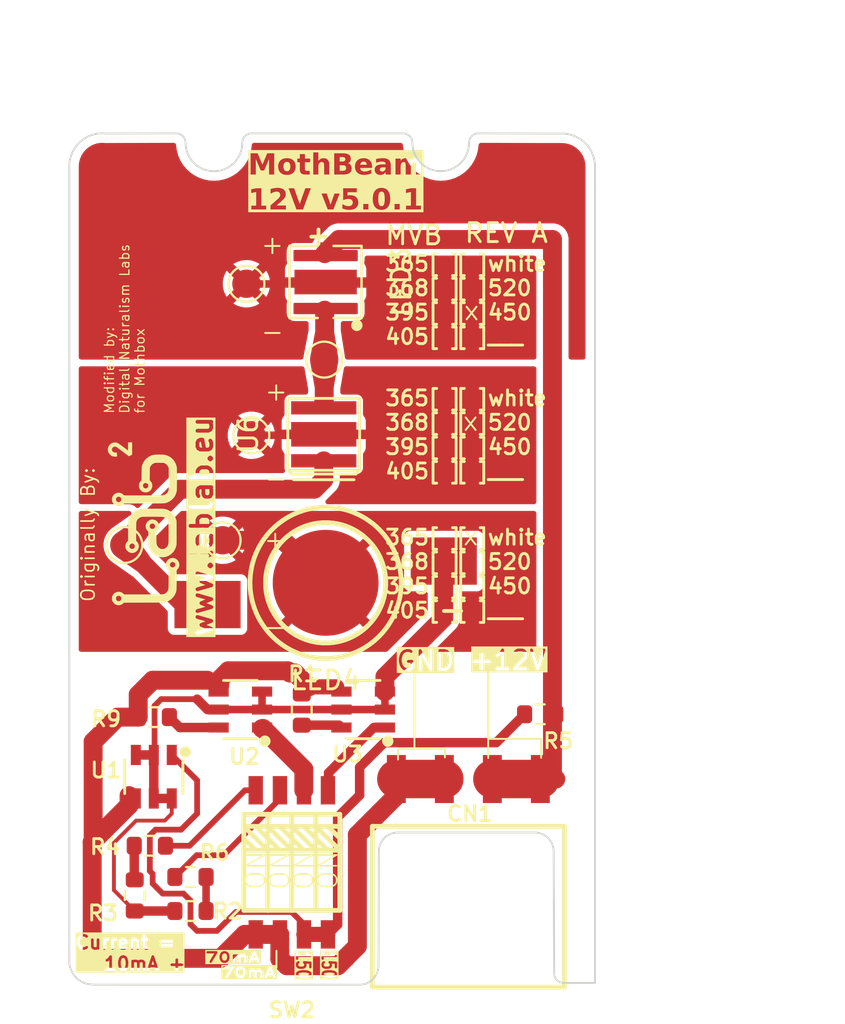
<source format=kicad_pcb>
(kicad_pcb (version 20241229) (generator "pcbnew") (generator_version "9.0")
  (layers (0 "F.Cu" signal) (2 "B.Cu" signal) (13 "F.Paste" user) (15 "B.Paste" user) (5 "F.SilkS" user "F.Silkscreen") (7 "B.SilkS" user "B.Silkscreen") (1 "F.Mask" user) (3 "B.Mask" user) (25 "Edge.Cuts" user))
  (net 0 "")
  (net 1 "/LED-")
  (net 2 "Net-(U3-REXT)")
  (net 3 "/LED+")
  (net 4 "EN")
  (net 5 "GND")
  (net 6 "Net-(R4-Pad2)")
  (net 7 "Net-(U2-REXT)")
  (net 8 "/T1")
  (net 9 "/T2")
  (net 10 "/T3")
  (net 11 "Net-(R6-Pad2)")
  (net 12 "Net-(R2-Pad2)")
  (net 13 "Net-(R3-Pad2)")
  (net 14 "Net-(U2-EN)")
  (net 15 "Net-(U3-EN)")
  (net 16 "Net-(LED3-K)")
  (net 17 "Net-(LED4-A)")
  (footprint "easyeda2kicad:SW-SMD_8P-L6.7-W5.4-P1.27-LS8.5" (layer "F.Cu") (at 111.011776 68.526537 180)
    (property "Reference" "SW2" (at 0 -7.81 0) (layer "F.SilkS") (effects (font (size 0.8 0.8))))
    (property "Value" "SW_DIP_x04")
    (fp_text user "ON" (at 1.91 -1.52 90) (layer "F.SilkS") (effects (font (thickness 0.08)) (justify left)))
    (fp_text user "ON" (at -0.64 -1.52 90) (layer "F.SilkS") (effects (font (thickness 0.08)) (justify left)))
    (fp_text user "ON" (at -1.91 -1.52 90) (layer "F.SilkS") (effects (font (thickness 0.08)) (justify left)))
    (fp_text user "ON" (at 0.63 -1.52 90) (layer "F.SilkS") (effects (font (thickness 0.08)) (justify left)))
    (pad "1" smd rect (at -1.91 3.81 90) (size 1.5 0.76) (layers "F.Cu" "F.Mask" "F.Paste") (net 15 "Net-(U3-EN)"))
    (pad "2" smd rect (at -0.64 3.81 90) (size 1.5 0.76) (layers "F.Cu" "F.Mask" "F.Paste") (net 14 "Net-(U2-EN)"))
    (pad "3" smd rect (at 0.63 3.81 90) (size 1.5 0.76) (layers "F.Cu" "F.Mask" "F.Paste") (net 11 "Net-(R6-Pad2)"))
    (pad "4" smd rect (at 1.91 3.81 90) (size 1.5 0.76) (layers "F.Cu" "F.Mask" "F.Paste") (net 6 "Net-(R4-Pad2)"))
    (pad "5" smd rect (at 1.91 -3.81 90) (size 1.5 0.76) (layers "F.Cu" "F.Mask" "F.Paste") (net 5 "GND"))
    (pad "6" smd rect (at 0.63 -3.81 90) (size 1.5 0.76) (layers "F.Cu" "F.Mask" "F.Paste") (net 5 "GND"))
    (pad "7" smd rect (at -0.64 -3.81 90) (size 1.5 0.76) (layers "F.Cu" "F.Mask" "F.Paste") (net 4 "EN"))
    (pad "8" smd rect (at -1.91 -3.81 90) (size 1.5 0.76) (layers "F.Cu" "F.Mask" "F.Paste") (net 4 "EN"))
  )
  (footprint "Resistor_SMD:R_0603_1608Metric" (layer "F.Cu") (at 105.65 69.3 180)
    (property "Reference" "R6" (at -1.272231 1.281084 180) (layer "F.SilkS") (effects (font (size 0.8 0.8))))
    (property "Value" "5.1 1/3 W")
    (pad "1" smd roundrect (at -0.825 0 180) (size 0.8 0.95) (layers "F.Cu" "F.Mask" "F.Paste") (net 12 "Net-(R2-Pad2)"))
    (pad "2" smd roundrect (at 0.825 0 180) (size 0.8 0.95) (layers "F.Cu" "F.Mask" "F.Paste") (net 11 "Net-(R6-Pad2)"))
  )
  (footprint "Resistor_SMD:R_0603_1608Metric" (layer "F.Cu") (at 103.709107 60.85 180)
    (property "Reference" "R9" (at 2.520185 -0.097834 180) (layer "F.SilkS") (effects (font (size 0.8 0.8))))
    (property "Value" "5.1 1/3 W")
    (pad "1" smd roundrect (at -0.825 0 180) (size 0.8 0.95) (layers "F.Cu" "F.Mask" "F.Paste") (net 7 "Net-(U2-REXT)"))
    (pad "2" smd roundrect (at 0.825 0 180) (size 0.8 0.95) (layers "F.Cu" "F.Mask" "F.Paste") (net 5 "GND"))
  )
  (footprint "TestPoint:TestPoint_Pad_D1.5mm" (layer "F.Cu") (at 102.15 51.75)
    (property "Reference" "TP1" (hide yes))
    (property "Value" "LED2+")
    (pad "1" smd circle (at 0 0) (size 1.5 1.5) (layers "F.Cu" "F.Mask") (net 17 "Net-(LED4-A)"))
  )
  (footprint "TestPoint:TestPoint_Pad_D1.5mm" (layer "F.Cu") (at 108.61 37.94)
    (property "Reference" "TP2" (hide yes))
    (property "Value" "LED2+")
    (pad "1" smd circle (at 0 0) (size 1.5 1.5) (layers "F.Cu" "F.Mask") (net 8 "/T1"))
  )
  (footprint "TestPoint:TestPoint_Pad_D1.5mm" (layer "F.Cu") (at 107.35 51.5)
    (property "Reference" "TP5" (hide yes))
    (property "Value" "LED2+")
    (pad "1" smd circle (at 0 0) (size 1.5 1.5) (layers "F.Cu" "F.Mask") (net 10 "/T3"))
  )
  (footprint "easyeda2kicad:SOT-23-6_L2.9-W1.6-P0.95-LS2.8-BL" (layer "F.Cu") (at 103.709107 64 180)
    (property "Reference" "U1" (at 2.537559 0.341874 0) (layer "F.SilkS") (effects (font (size 0.8 0.8))))
    (property "Value" "BCR421U")
    (pad "1" smd rect (at -0.95 1.15 180) (size 0.53 1.07) (layers "F.Cu" "F.Mask" "F.Paste") (net 4 "EN"))
    (pad "2" smd rect (at 0 1.15 180) (size 0.53 1.07) (layers "F.Cu" "F.Mask" "F.Paste") (net 1 "/LED-"))
    (pad "3" smd rect (at 0.95 1.15 180) (size 0.53 1.07) (layers "F.Cu" "F.Mask" "F.Paste") (net 1 "/LED-"))
    (pad "4" smd rect (at 0.95 -1.15 180) (size 0.53 1.07) (layers "F.Cu" "F.Mask" "F.Paste") (net 5 "GND"))
    (pad "5" smd rect (at 0 -1.15 180) (size 0.53 1.07) (layers "F.Cu" "F.Mask" "F.Paste") (net 1 "/LED-"))
    (pad "6" smd rect (at -0.95 -1.15 180) (size 0.53 1.07) (layers "F.Cu" "F.Mask" "F.Paste") (net 1 "/LED-"))
  )
  (footprint "TestPoint:TestPoint_Pad_D1.5mm" (layer "F.Cu") (at 112.7246 41.95)
    (property "Reference" "TP3" (hide yes))
    (property "Value" "LED2+" (hide yes))
    (pad "1" smd circle (at 0 0) (size 1.5 1.5) (layers "F.Cu" "F.Mask") (net 16 "Net-(LED3-K)"))
  )
  (footprint "Resistor_SMD:R_0603_1608Metric" (layer "F.Cu") (at 111.5375 60.45 90)
    (property "Reference" "R1" (at 1.875323 0.076744 180) (layer "F.SilkS") (effects (font (size 0.8 0.8))))
    (property "Value" "5.1 1/3 W")
    (pad "1" smd roundrect (at -0.825 0 90) (size 0.8 0.95) (layers "F.Cu" "F.Mask" "F.Paste") (net 2 "Net-(U3-REXT)"))
    (pad "2" smd roundrect (at 0.825 0 90) (size 0.8 0.95) (layers "F.Cu" "F.Mask" "F.Paste") (net 5 "GND"))
  )
  (footprint "Resistor_SMD:R_0603_1608Metric" (layer "F.Cu") (at 103.5 67.65)
    (property "Reference" "R4" (at -2.375421 0.061806 0) (layer "F.SilkS") (effects (font (size 0.8 0.8))))
    (property "Value" "5.1 1/3 W")
    (pad "1" smd roundrect (at -0.825 0) (size 0.8 0.95) (layers "F.Cu" "F.Mask" "F.Paste") (net 13 "Net-(R3-Pad2)"))
    (pad "2" smd roundrect (at 0.825 0) (size 0.8 0.95) (layers "F.Cu" "F.Mask" "F.Paste") (net 6 "Net-(R4-Pad2)"))
  )
  (footprint "easyeda2kicad:HDR-SMD_4P-P2.54-H-F" (layer "F.Cu") (at 120.35 64.1225)
    (property "Reference" "CN1" (at 0.079908 1.834649 0) (layer "F.SilkS") (effects (font (size 0.8 0.8))))
    (property "Value" "X6511FRS-04-C85D30")
    (pad "1" smd rect (at -3.81 0) (size 1 2.54) (layers "F.Cu" "F.Mask" "F.Paste") (net 5 "GND"))
    (pad "2" smd rect (at -1.27 0) (size 1 2.54) (layers "F.Cu" "F.Mask" "F.Paste") (net 5 "GND"))
    (pad "3" smd rect (at 1.27 0) (size 1 2.54) (layers "F.Cu" "F.Mask" "F.Paste") (net 3 "/LED+"))
    (pad "4" smd rect (at 3.81 0) (size 1 2.54) (layers "F.Cu" "F.Mask" "F.Paste") (net 3 "/LED+"))
  )
  (footprint "Resistor_SMD:R_0603_1608Metric" (layer "F.Cu") (at 124.15 60.7 180)
    (property "Reference" "R5" (at -0.957592 -1.409566 180) (layer "F.SilkS") (effects (font (size 0.8 0.8))))
    (property "Value" "5.1 1/3 W")
    (pad "1" smd roundrect (at -0.825 0 180) (size 0.8 0.95) (layers "F.Cu" "F.Mask" "F.Paste") (net 3 "/LED+"))
    (pad "2" smd roundrect (at 0.825 0 180) (size 0.8 0.95) (layers "F.Cu" "F.Mask" "F.Paste") (net 4 "EN"))
  )
  (footprint "easyeda2kicad:LED-SMD_3P-L3.5-W3.5-R-RD_C9900043159" (layer "F.Cu") (at 112.7 45.9 90)
    (property "Reference" "U6" (at 0 -4 90) (layer "F.SilkS"))
    (property "Value" "JNJ-LEHG0113W120/45MIL/525-530NM")
    (pad "1" smd rect (at 1.4 0 90) (size 0.7 3.45) (layers "F.Cu" "F.Mask" "F.Paste") (net 16 "Net-(LED3-K)"))
    (pad "2" smd rect (at 0 0 90) (size 1.3 3.45) (layers "F.Cu" "F.Mask" "F.Paste") (net 9 "/T2"))
    (pad "3" smd rect (at -1.4 0 90) (size 0.7 3.45) (layers "F.Cu" "F.Mask" "F.Paste") (net 17 "Net-(LED4-A)"))
  )
  (footprint "easyeda2kicad:SOT-23-6_L2.9-W1.6-P0.95-LS2.8-BL" (layer "F.Cu") (at 108.2875 60.45 90)
    (property "Reference" "U2" (at -2.487745 0.215318 180) (layer "F.SilkS") (effects (font (size 0.8 0.8))))
    (property "Value" "BCR421U")
    (pad "1" smd rect (at -0.95 1.15 90) (size 0.53 1.07) (layers "F.Cu" "F.Mask" "F.Paste") (net 14 "Net-(U2-EN)"))
    (pad "2" smd rect (at 0 1.15 90) (size 0.53 1.07) (layers "F.Cu" "F.Mask" "F.Paste") (net 1 "/LED-"))
    (pad "3" smd rect (at 0.95 1.15 90) (size 0.53 1.07) (layers "F.Cu" "F.Mask" "F.Paste") (net 1 "/LED-"))
    (pad "4" smd rect (at 0.95 -1.15 90) (size 0.53 1.07) (layers "F.Cu" "F.Mask" "F.Paste") (net 5 "GND"))
    (pad "5" smd rect (at 0 -1.15 90) (size 0.53 1.07) (layers "F.Cu" "F.Mask" "F.Paste") (net 1 "/LED-"))
    (pad "6" smd rect (at -0.95 -1.15 90) (size 0.53 1.07) (layers "F.Cu" "F.Mask" "F.Paste") (net 7 "Net-(U2-REXT)"))
  )
  (footprint "LabLab:logo_10mm_5mm" (layer "F.Cu") (at 103.14542 50.763703 90)
    (property "Reference" "H1" (hide yes))
    (property "Value" "LabLab Logo" (hide yes))
  )
  (footprint "Resistor_SMD:R_0603_1608Metric" (layer "F.Cu") (at 102.7 70.275 90)
    (property "Reference" "R3" (at -0.940671 -1.684815 180) (layer "F.SilkS") (effects (font (size 0.8 0.8))))
    (property "Value" "5.1 1/3 W")
    (pad "1" smd roundrect (at -0.825 0 90) (size 0.8 0.95) (layers "F.Cu" "F.Mask" "F.Paste") (net 1 "/LED-"))
    (pad "2" smd roundrect (at 0.825 0 90) (size 0.8 0.95) (layers "F.Cu" "F.Mask" "F.Paste") (net 13 "Net-(R3-Pad2)"))
  )
  (footprint "TestPoint:TestPoint_Pad_D1.5mm" (layer "F.Cu") (at 108.87 45.95)
    (property "Reference" "TP4" (hide yes))
    (property "Value" "LED2+")
    (pad "1" smd circle (at 0 0) (size 1.5 1.5) (layers "F.Cu" "F.Mask") (net 9 "/T2"))
  )
  (footprint "easyeda2kicad:LED-SMD_XL-HD6070UBC-A2" (layer "F.Cu") (at 112.8 53.75 180)
    (property "Reference" "LED4" (at 0 -5.15 0) (layer "F.SilkS"))
    (property "Value" "XL-HD6070UWC-A2-BD")
    (fp_text user "+" (at 5.84 1.52 0) (layer "F.SilkS") (effects (font (size 1.2 1.2) (thickness 0.2)) (justify right)))
    (fp_text user "-" (at -5.84 -1.4 0) (layer "F.SilkS") (effects (font (size 1.2 1.2) (thickness 0.2)) (justify left)))
    (pad "1" smd rect (at 6.25 -1.15 180) (size 3.5 2.5) (layers "F.Cu" "F.Mask" "F.Paste") (net 17 "Net-(LED4-A)"))
    (pad "2" smd rect (at -6.25 1.15 180) (size 3.5 2.5) (layers "F.Cu" "F.Mask" "F.Paste") (net 1 "/LED-"))
    (pad "3" smd circle (at 0 0 180) (size 5.6 5.6) (layers "F.Cu" "F.Mask" "F.Paste") (net 10 "/T3"))
  )
  (footprint "easyeda2kicad:LED-SMD_3P-L3.5-W3.5-FD-1" (layer "F.Cu") (at 112.8 37.85 -90)
    (property "Reference" "LED3" (at 0 -4 90) (layer "F.SilkS"))
    (property "Value" "JNJ-LTJB0115W30/56MIL/450-460NM")
    (fp_text user "+" (at -3.15 0.45 90) (layer "F.SilkS") (effects (font (thickness 0.2)) (justify right)))
    (pad "1" smd custom (at -1.6 0 270) (size 0.01 0.01) (layers "F.Cu" "F.Mask" "F.Paste") (net 3 "/LED+") (options (clearance outline) (anchor circle)) (primitives (gr_poly (pts (xy 0.45 1.65) (xy 0.45 -1.65) (xy -0.05 -1.65) (xy -0.05 -0.25) (xy -0.45 -0.25) (xy -0.45 0.25) (xy -0.05 0.25) (xy -0.05 1.65)) (width 0.1) (fill yes))))
    (pad "2" smd custom (at 1.6 0 270) (size 0.01 0.01) (layers "F.Cu" "F.Mask" "F.Paste") (net 16 "Net-(LED3-K)") (options (clearance outline) (anchor circle)) (primitives (gr_poly (pts (xy -0.45 -1.65) (xy -0.45 1.65) (xy 0.05 1.65) (xy 0.05 0.25) (xy 0.45 0.25) (xy 0.45 -0.25) (xy 0.05 -0.25) (xy 0.05 -1.65)) (width 0.1) (fill yes))))
    (pad "3" smd rect (at 0 0 270) (size 1.3 3.3) (layers "F.Cu" "F.Mask" "F.Paste") (net 8 "/T1"))
  )
  (footprint "Resistor_SMD:R_0603_1608Metric" (layer "F.Cu") (at 105.65 71.1)
    (property "Reference" "R2" (at 1.967178 0.011429 180) (layer "F.SilkS") (effects (font (size 0.8 0.8))))
    (property "Value" "5.1 1/3 W")
    (pad "1" smd roundrect (at -0.825 0) (size 0.8 0.95) (layers "F.Cu" "F.Mask" "F.Paste") (net 1 "/LED-"))
    (pad "2" smd roundrect (at 0.825 0) (size 0.8 0.95) (layers "F.Cu" "F.Mask" "F.Paste") (net 12 "Net-(R2-Pad2)"))
  )
  (footprint "easyeda2kicad:SOT-23-6_L2.9-W1.6-P0.95-LS2.8-BL" (layer "F.Cu") (at 114.7875 60.45 90)
    (property "Reference" "U3" (at -2.362654 -0.830741 180) (layer "F.SilkS") (effects (font (size 0.8 0.8))))
    (property "Value" "BCR421U")
    (pad "1" smd rect (at -0.95 1.15 90) (size 0.53 1.07) (layers "F.Cu" "F.Mask" "F.Paste") (net 15 "Net-(U3-EN)"))
    (pad "2" smd rect (at 0 1.15 90) (size 0.53 1.07) (layers "F.Cu" "F.Mask" "F.Paste") (net 1 "/LED-"))
    (pad "3" smd rect (at 0.95 1.15 90) (size 0.53 1.07) (layers "F.Cu" "F.Mask" "F.Paste") (net 1 "/LED-"))
    (pad "4" smd rect (at 0.95 -1.15 90) (size 0.53 1.07) (layers "F.Cu" "F.Mask" "F.Paste") (net 5 "GND"))
    (pad "5" smd rect (at 0 -1.15 90) (size 0.53 1.07) (layers "F.Cu" "F.Mask" "F.Paste") (net 1 "/LED-"))
    (pad "6" smd rect (at -0.95 -1.15 90) (size 0.53 1.07) (layers "F.Cu" "F.Mask" "F.Paste") (net 2 "Net-(U3-REXT)"))
  )
  (gr_line (start 121.4 62) (end 124.2 62) (stroke (width 0.1)) (layer "F.SilkS"))
  (gr_line (start 117.5 62.52) (end 116.63 62.52) (stroke (width 0.1)) (layer "F.SilkS"))
  (gr_line (start 116.63 62.52) (end 116.63 63.09) (stroke (width 0.1)) (layer "F.SilkS"))
  (gr_line (start 117.5 58.51) (end 117.5 61.61) (stroke (width 0.1)) (layer "F.SilkS"))
  (gr_line (start 110.199768 74.089612) (end 110.199768 73.204843) (stroke (width 0.1)) (layer "F.SilkS"))
  (gr_line (start 119.11 62.52) (end 119.11 62.98) (stroke (width 0.1)) (layer "F.SilkS"))
  (gr_line (start 124.2 62) (end 124.2 63) (stroke (width 0.1)) (layer "F.SilkS"))
  (gr_line (start 117.5 61.61) (end 117.5 62.52) (stroke (width 0.1)) (layer "F.SilkS"))
  (gr_line (start 121.4 58.41) (end 121.4 63.01) (stroke (width 0.1)) (layer "F.SilkS"))
  (gr_line (start 117.5 62.52) (end 119.11 62.52) (stroke (width 0.1)) (layer "F.SilkS"))
  (gr_arc (start 115.614653 67.951319) (mid 115.909519 67.241205) (end 116.623537 66.950292) (stroke (width 0.1)) (layer "Edge.Cuts"))
  (gr_line (start 126.446121 74.90042) (end 125.350032 74.89862) (stroke (width 0.1)) (layer "Edge.Cuts"))
  (gr_arc (start 116.89 29.99) (mid 117.24148 30.134386) (end 117.389965 30.484154) (stroke (width 0.1)) (layer "Edge.Cuts"))
  (gr_line (start 99.237437 31.7374) (end 99.237437 73.750716) (stroke (width 0.1)) (layer "Edge.Cuts"))
  (gr_line (start 104.888784 29.990003) (end 101.188258 29.999002) (stroke (width 0.1)) (layer "Edge.Cuts"))
  (gr_arc (start 104.888784 29.990003) (mid 105.243553 30.136447) (end 105.39 30.49) (stroke (width 0.1)) (layer "Edge.Cuts"))
  (gr_line (start 114.588612 74.995152) (end 100.4875 74.993719) (stroke (width 0.1)) (layer "Edge.Cuts"))
  (gr_line (start 127.05 32.75) (end 127.05 31.75) (stroke (width 0.1)) (layer "Edge.Cuts"))
  (gr_arc (start 125.350032 74.89862) (mid 125.038703 74.75388) (end 124.892347 74.408397) (stroke (width 0.1)) (layer "Edge.Cuts"))
  (gr_arc (start 120.39 30.49) (mid 120.536447 30.136447) (end 120.891488 29.990002) (stroke (width 0.1)) (layer "Edge.Cuts"))
  (gr_arc (start 108.39 30.49) (mid 106.89 31.99) (end 105.39 30.49) (stroke (width 0.1)) (layer "Edge.Cuts"))
  (gr_arc (start 123.852518 66.950334) (mid 124.573852 67.246886) (end 124.86302 67.936173) (stroke (width 0.1)) (layer "Edge.Cuts"))
  (gr_arc (start 120.390045 30.49) (mid 118.887077 31.990043) (end 117.389968 30.484154) (stroke (width 0.1)) (layer "Edge.Cuts"))
  (gr_arc (start 115.598195 73.997922) (mid 115.303414 74.704194) (end 114.588612 74.995152) (stroke (width 0.1)) (layer "Edge.Cuts"))
  (gr_line (start 100.4875 74.987435) (end 100.4875 74.993719) (stroke (width 0.05)) (layer "Edge.Cuts"))
  (gr_line (start 127.05 74.901412) (end 126.446121 74.90042) (stroke (width 0.1)) (layer "Edge.Cuts"))
  (gr_arc (start 108.39 30.49) (mid 108.536447 30.136447) (end 108.89 29.99) (stroke (width 0.1)) (layer "Edge.Cuts"))
  (gr_line (start 125.3 30) (end 124.25 30) (stroke (width 0.1)) (layer "Edge.Cuts"))
  (gr_line (start 116.623537 66.950292) (end 123.852518 66.950334) (stroke (width 0.1)) (layer "Edge.Cuts"))
  (gr_line (start 120.891488 29.990005) (end 124.25 30) (stroke (width 0.1)) (layer "Edge.Cuts"))
  (gr_line (start 108.89 29.99) (end 116.89 29.99) (stroke (width 0.1)) (layer "Edge.Cuts"))
  (gr_arc (start 125.3 30) (mid 126.537437 30.512563) (end 127.05 31.75) (stroke (width 0.1)) (layer "Edge.Cuts"))
  (gr_line (start 124.86302 67.936173) (end 124.892347 74.408397) (stroke (width 0.1)) (layer "Edge.Cuts"))
  (gr_line (start 127.05 74.901412) (end 127.05 32.75) (stroke (width 0.1)) (layer "Edge.Cuts"))
  (gr_line (start 115.598196 73.997922) (end 115.614653 67.951319) (stroke (width 0.1)) (layer "Edge.Cuts"))
  (gr_arc (start 100.4875 74.987435) (mid 99.60352 74.62128) (end 99.237437 73.750716) (stroke (width 0.1)) (layer "Edge.Cuts"))
  (gr_arc (start 99.237437 31.7374) (mid 99.75 30.5) (end 101.188258 29.999002) (stroke (width 0.1)) (layer "Edge.Cuts"))
  (gr_text "Originally By:" (at 100.64 54.808258 90) (layer "F.SilkS") (effects (font (size 0.7 0.7) (thickness 0.0875)) (justify left bottom)))
  (gr_text "+12V" (at 120.35 58.43 0) (layer "F.SilkS" knockout) (effects (font (size 1 1)) (justify left bottom)))
  (gr_text "[ ]white\n[ ]520\n[ ]450\n[ ]___" (at 119.62 41.21 0) (layer "F.SilkS") (effects (font (size 0.8 0.8)) (justify left bottom)))
  (gr_text "GND" (at 116.46 58.46 0) (layer "F.SilkS" knockout) (effects (font (size 1 1)) (justify left bottom)))
  (gr_text "-" (at 109.45 56.65 0) (layer "F.SilkS") (effects (font (size 1 1) (thickness 0.1)) (justify left bottom)))
  (gr_text "150" (at 112.55 74.75 270) (layer "F.SilkS" knockout) (effects (font (size 0.7 0.5) (thickness 0.125) (bold yes)) (justify right bottom)))
  (gr_text "-" (at 109.3 41.05 0) (layer "F.SilkS") (effects (font (size 1 1) (thickness 0.1)) (justify left bottom)))
  (gr_text "[ ]white\n[ ]520\n[ ]450\n[ ]___" (at 119.62 55.68 0) (layer "F.SilkS") (effects (font (size 0.8 0.8)) (justify left bottom)))
  (gr_text "365[ ]\n368[ ]\n395[ ]\n405[ ]\n" (at 115.87 41.21 0) (layer "F.SilkS") (effects (font (size 0.8 0.8)) (justify left bottom)))
  (gr_text "x" (at 120 45.8 0) (layer "F.SilkS") (effects (font (size 1 1) (thickness 0.1)) (justify left bottom)))
  (gr_text "[ ]white\n[ ]520\n[ ]450\n[ ]___" (at 119.62 48.32 0) (layer "F.SilkS") (effects (font (size 0.8 0.8)) (justify left bottom)))
  (gr_text "70mA" (at 110.25 74.65 0) (layer "F.SilkS" knockout) (effects (font (size 0.5 0.7) (thickness 0.125) (bold yes)) (justify right bottom)))
  (gr_text "-" (at 109.5 48.8 0) (layer "F.SilkS") (effects (font (size 1 1) (thickness 0.1)) (justify left bottom)))
  (gr_text "70mA" (at 109.4 73.85 0) (layer "F.SilkS" knockout) (effects (font (size 0.5 0.7) (thickness 0.125) (bold yes)) (justify right bottom)))
  (gr_text "150" (at 111.2 74.75 270) (layer "F.SilkS" knockout) (effects (font (size 0.7 0.5) (thickness 0.125) (bold yes)) (justify right bottom)))
  (gr_text "+" (at 109.45 52.05 0) (layer "F.SilkS") (effects (font (size 1 1) (thickness 0.1)) (justify left bottom)))
  (gr_text "365[ ]\n368[ ]\n395[ ]\n405[ ]\n" (at 115.87 48.32 0) (layer "F.SilkS") (effects (font (size 0.8 0.8)) (justify left bottom)))
  (gr_text "Modified by: \nDigital Naturalism Labs\nfor Mothbox" (at 103.26 44.84 90) (layer "F.SilkS") (effects (font (size 0.5 0.5) (thickness 0.0625)) (justify left bottom)))
  (gr_text "+" (at 109.3 36.45 0) (layer "F.SilkS") (effects (font (size 1 1) (thickness 0.1)) (justify left bottom)))
  (gr_text "+" (at 109.5 44.2 0) (layer "F.SilkS") (effects (font (size 1 1) (thickness 0.1)) (justify left bottom)))
  (gr_text "REV A" (at 120.07 35.84 0) (layer "F.SilkS") (effects (font (size 1 1)) (justify left bottom)))
  (gr_text "x" (at 120 51.85 0) (layer "F.SilkS") (effects (font (size 1 1) (thickness 0.1)) (justify left bottom)))
  (gr_text "365[ ]\n368[ ]\n395[ ]\n405[ ]\n" (at 115.87 55.68 0) (layer "F.SilkS") (effects (font (size 0.8 0.8)) (justify left bottom)))
  (gr_text "www.lablab.eu" (at 106.89542 50.763703 90) (layer "F.SilkS" knockout) (effects (font (size 1.1 1.1) (thickness 0.2) (bold yes)) (justify bottom)))
  (gr_text "MothBeam\n12V v5.0.1" (at 108.69 34.2 0) (layer "F.SilkS" knockout) (effects (font (size 1.1 1.1) (thickness 0.25) (bold yes)) (justify left bottom)))
  (gr_text "MVB" (at 115.87 35.96 0) (layer "F.SilkS") (effects (font (size 1 1)) (justify left bottom)))
  (gr_text "Current = \n10mA +" (at 105.45 74.3 0) (layer "F.SilkS" knockout) (effects (font (size 0.7 0.7) (thickness 0.14) (bold yes)) (justify right bottom)))
  (gr_text "x" (at 120.05 39.95 0) (layer "F.SilkS") (effects (font (size 1 1) (thickness 0.1)) (justify left bottom)))
  (segment (start 102.774879 66.321067) (end 104.288039 66.321067) (width 0.2032) (layer "F.Cu") (net 1))
  (segment (start 104.825 71.1) (end 102.7 71.1) (width 0.5) (layer "F.Cu") (net 1))
  (segment (start 103.75 60.25) (end 104.1 59.9) (width 0.3048) (layer "F.Cu") (net 1))
  (segment (start 115.9375 58.7125) (end 119.05 55.6) (width 1) (layer "F.Cu") (net 1))
  (segment (start 102.7 71.1) (end 101.6 70) (width 0.2032) (layer "F.Cu") (net 1))
  (segment (start 109.4375 60.45) (end 109.4375 59.5) (width 0.4) (layer "F.Cu") (net 1))
  (segment (start 103.75 62.809107) (end 103.75 60.25) (width 0.3048) (layer "F.Cu") (net 1))
  (segment (start 109.4375 60.45) (end 113.6375 60.45) (width 0.4) (layer "F.Cu") (net 1))
  (segment (start 101.6 67.495946) (end 102.774879 66.321067) (width 0.2032) (layer "F.Cu") (net 1))
  (segment (start 115.9375 59.5) (end 115.9375 59.2875) (width 1) (layer "F.Cu") (net 1))
  (segment (start 103.709107 65.15) (end 103.709107 62.85) (width 0.5) (layer "F.Cu") (net 1))
  (segment (start 115.9375 59.5) (end 115.9375 58.7125) (width 1) (layer "F.Cu") (net 1))
  (segment (start 106 59.9) (end 106.55 60.45) (width 0.5) (layer "F.Cu") (net 1))
  (segment (start 103.709107 65.15) (end 104.659107 65.15) (width 0.5) (layer "F.Cu") (net 1))
  (segment (start 104.288039 66.321067) (end 104.659107 65.949999) (width 0.2032) (layer "F.Cu") (net 1))
  (segment (start 104.1 59.9) (end 106 59.9) (width 0.3048) (layer "F.Cu") (net 1))
  (segment (start 102.759107 62.85) (end 103.709107 62.85) (width 0.5) (layer "F.Cu") (net 1))
  (segment (start 104.659107 65.949999) (end 104.659107 65.15) (width 0.2032) (layer "F.Cu") (net 1))
  (segment (start 119.05 55.6) (end 119.05 52.6) (width 1) (layer "F.Cu") (net 1))
  (segment (start 113.6375 60.45) (end 115.9375 60.45) (width 0.4) (layer "F.Cu") (net 1))
  (segment (start 115.9375 60.45) (end 115.9375 59.5) (width 0.4) (layer "F.Cu") (net 1))
  (segment (start 101.6 70) (end 101.6 67.495946) (width 0.2032) (layer "F.Cu") (net 1))
  (segment (start 106.55 60.45) (end 107.1375 60.45) (width 0.5) (layer "F.Cu") (net 1))
  (segment (start 107.1375 60.45) (end 109.4375 60.45) (width 0.4) (layer "F.Cu") (net 1))
  (segment (start 111.5375 61.275) (end 113.5125 61.275) (width 0.5) (layer "F.Cu") (net 2))
  (segment (start 124.9725 64.1225) (end 124.16 64.1225) (width 1) (layer "F.Cu") (net 3))
  (segment (start 124.16 64.1225) (end 121.62 64.1225) (width 2.032) (layer "F.Cu") (net 3))
  (segment (start 113.5 35.6) (end 124.8 35.6) (width 1) (layer "F.Cu") (net 3))
  (segment (start 124.8 63.95) (end 124.9725 64.1225) (width 1) (layer "F.Cu") (net 3))
  (segment (start 124.8 35.6) (end 124.8 63.95) (width 1) (layer "F.Cu") (net 3))
  (segment (start 112.75 36.35) (end 113.5 35.6) (width 1) (layer "F.Cu") (net 3))
  (segment (start 111.646776 71.796776) (end 111 71.15) (width 0.3048) (layer "F.Cu") (net 4))
  (segment (start 106 72.15) (end 105.65 71.8) (width 0.3048) (layer "F.Cu") (net 4))
  (segment (start 103.65 69.136832) (end 103.5 68.986832) (width 0.3048) (layer "F.Cu") (net 4))
  (segment (start 107.05 72.15) (end 106 72.15) (width 0.3048) (layer "F.Cu") (net 4))
  (segment (start 103.65 69.65) (end 103.65 69.136832) (width 0.3048) (layer "F.Cu") (net 4))
  (segment (start 106 65.95) (end 106 64.190893) (width 0.3048) (layer "F.Cu") (net 4))
  (segment (start 113.435109 66.140746) (end 114.6 64.975855) (width 0.5) (layer "F.Cu") (net 4))
  (segment (start 112.916776 72.336537) (end 111.646776 72.336537) (width 0.8) (layer "F.Cu") (net 4))
  (segment (start 113.435109 71.818204) (end 113.435109 66.140746) (width 0.5) (layer "F.Cu") (net 4))
  (segment (start 114.6 63.5) (end 115.9 62.2) (width 0.5) (layer "F.Cu") (net 4))
  (segment (start 105.15 66.8) (end 106 65.95) (width 0.3048) (layer "F.Cu") (net 4))
  (segment (start 112.916776 72.336537) (end 113.435109 71.818204) (width 0.5) (layer "F.Cu") (net 4))
  (segment (start 103.5 67.1) (end 103.8 66.8) (width 0.3048) (layer "F.Cu") (net 4))
  (segment (start 103.5 68.986832) (end 103.5 67.1) (width 0.3048) (layer "F.Cu") (net 4))
  (segment (start 121.825 62.2) (end 123.325 60.7) (width 0.5) (layer "F.Cu") (net 4))
  (segment (start 105.65 70.55) (end 105.280199 70.180199) (width 0.3048) (layer "F.Cu") (net 4))
  (segment (start 108.05 71.15) (end 107.05 72.15) (width 0.3048) (layer "F.Cu") (net 4))
  (segment (start 103.8 66.8) (end 105.15 66.8) (width 0.3048) (layer "F.Cu") (net 4))
  (segment (start 104.180199 70.180199) (end 103.65 69.65) (width 0.3048) (layer "F.Cu") (net 4))
  (segment (start 106 64.190893) (end 104.659107 62.85) (width 0.3048) (layer "F.Cu") (net 4))
  (segment (start 105.280199 70.180199) (end 104.180199 70.180199) (width 0.3048) (layer "F.Cu") (net 4))
  (segment (start 105.65 71.8) (end 105.65 70.55) (width 0.3048) (layer "F.Cu") (net 4))
  (segment (start 111.646776 72.336537) (end 111.646776 71.796776) (width 0.3048) (layer "F.Cu") (net 4))
  (segment (start 115.9 62.2) (end 121.825 62.2) (width 0.5) (layer "F.Cu") (net 4))
  (segment (start 114.6 64.975855) (end 114.6 63.5) (width 0.5) (layer "F.Cu") (net 4))
  (segment (start 111 71.15) (end 108.05 71.15) (width 0.3048) (layer "F.Cu") (net 4))
  (segment (start 114.480126 67.079178) (end 114.480126 72.953424) (width 1) (layer "F.Cu") (net 5))
  (segment (start 116.54 65.01) (end 114.475474 67.074526) (width 1) (layer "F.Cu") (net 5))
  (segment (start 107.25 73.6) (end 100.75 73.6) (width 1) (layer "F.Cu") (net 5))
  (segment (start 100.45 67.459107) (end 102.4 65.509107) (width 1) (layer "F.Cu") (net 5))
  (segment (start 110.376776 73.626776) (end 110.380999 73.626776) (width 1) (layer "F.Cu") (net 5))
  (segment (start 103.65 58.9) (end 106.5375 58.9) (width 1) (layer "F.Cu") (net 5))
  (segment (start 110.918187 58.518187) (end 110.8 58.4) (width 1) (layer "F.Cu") (net 5))
  (segment (start 114.480126 72.953424) (end 113.908381 73.525168) (width 1) (layer "F.Cu") (net 5))
  (segment (start 100.75 73.6) (end 100.55 73.4) (width 1) (layer "F.Cu") (net 5))
  (segment (start 119.08 64.1225) (end 116.54 64.1225) (width 2.032) (layer "F.Cu") (net 5))
  (segment (start 114.475474 67.074526) (end 114.480126 67.079178) (width 1) (layer "F.Cu") (net 5))
  (segment (start 102.884107 59.665893) (end 103.65 58.9) (width 1) (layer "F.Cu") (net 5))
  (segment (start 100.55 73.3) (end 100.45 73.2) (width 1) (layer "F.Cu") (net 5))
  (segment (start 109.106776 72.336537) (end 108.513463 72.336537) (width 1) (layer "F.Cu") (net 5))
  (segment (start 108.513463 72.336537) (end 107.25 73.6) (width 1) (layer "F.Cu") (net 5))
  (segment (start 100.5 62.15) (end 100.5 67.409107) (width 1) (layer "F.Cu") (net 5))
  (segment (start 100.5 67.409107) (end 100.45 67.459107) (width 1) (layer "F.Cu") (net 5))
  (segment (start 100.55 73.4) (end 100.55 73.3) (width 1) (layer "F.Cu") (net 5))
  (segment (start 113.450237 73.993529) (end 110.746273 73.99205) (width 1) (layer "F.Cu") (net 5))
  (segment (start 110.376776 73.626776) (end 110.376776 72.591537) (width 1) (layer "F.Cu") (net 5))
  (segment (start 102.884107 60.85) (end 102.884107 59.665893) (width 1) (layer "F.Cu") (net 5))
  (segment (start 101.8 60.85) (end 100.5 62.15) (width 1) (layer "F.Cu") (net 5))
  (segment (start 113.908381 73.525168) (end 113.908381 73.535385) (width 1) (layer "F.Cu") (net 5))
  (segment (start 100.45 73.2) (end 100.45 67.459107) (width 1) (layer "F.Cu") (net 5))
  (segment (start 107.65 58.4) (end 107.2 58.85) (width 1) (layer "F.Cu") (net 5))
  (segment (start 110.380999 73.626776) (end 110.746273 73.99205) (width 1) (layer "F.Cu") (net 5))
  (segment (start 107.2 58.85) (end 107.2 59.15) (width 1) (layer "F.Cu") (net 5))
  (segment (start 109.106776 72.336537) (end 110.376776 72.336537) (width 1) (layer "F.Cu") (net 5))
  (segment (start 102.884107 60.85) (end 101.8 60.85) (width 1) (layer "F.Cu") (net 5))
  (segment (start 116.54 64.1225) (end 116.54 65.01) (width 1) (layer "F.Cu") (net 5))
  (segment (start 102.4 65.509107) (end 102.4 65) (width 1) (layer "F.Cu") (net 5))
  (segment (start 111.180687 58.518187) (end 110.918187 58.518187) (width 1) (layer "F.Cu") (net 5))
  (segment (start 113.908381 73.535385) (end 113.450237 73.993529) (width 1) (layer "F.Cu") (net 5))
  (segment (start 111.9125 59.25) (end 113.3875 59.25) (width 0.8) (layer "F.Cu") (net 5))
  (segment (start 111.9125 59.25) (end 111.180687 58.518187) (width 1) (layer "F.Cu") (net 5))
  (segment (start 110.8 58.4) (end 107.65 58.4) (width 1) (layer "F.Cu") (net 5))
  (segment (start 104.325 67.65) (end 105.6 67.65) (width 0.3048) (layer "F.Cu") (net 6))
  (segment (start 105.6 67.65) (end 108.533463 64.716537) (width 0.3048) (layer "F.Cu") (net 6))
  (segment (start 108.533463 64.716537) (end 109.106776 64.716537) (width 0.3048) (layer "F.Cu") (net 6))
  (segment (start 105.084107 61.4) (end 104.534107 60.85) (width 0.5) (layer "F.Cu") (net 7))
  (segment (start 107.1375 61.4) (end 105.084107 61.4) (width 0.5) (layer "F.Cu") (net 7))
  (segment (start 116.25 37.95) (end 112.75 37.95) (width 0.4) (layer "F.Cu") (net 8))
  (segment (start 112.75 37.95) (end 108.5 37.95) (width 0.4) (layer "F.Cu") (net 8))
  (segment (start 116.25 45.95) (end 112.75 45.95) (width 0.4) (layer "F.Cu") (net 9))
  (segment (start 112.75 45.95) (end 109.5 45.95) (width 0.4) (layer "F.Cu") (net 9))
  (segment (start 110.55 51.5) (end 112.8 53.75) (width 1) (layer "F.Cu") (net 10))
  (segment (start 107.35 51.5) (end 110.55 51.5) (width 1) (layer "F.Cu") (net 10))
  (segment (start 110.376776 65.173224) (end 107.4 68.15) (width 0.3048) (layer "F.Cu") (net 11))
  (segment (start 105.975 68.15) (end 104.825 69.3) (width 0.3048) (layer "F.Cu") (net 11))
  (segment (start 110.376776 64.971537) (end 110.376776 65.173224) (width 0.3048) (layer "F.Cu") (net 11))
  (segment (start 107.4 68.15) (end 105.975 68.15) (width 0.3048) (layer "F.Cu") (net 11))
  (segment (start 106.475 71.1) (end 106.475 69.5) (width 0.4) (layer "F.Cu") (net 12))
  (segment (start 102.675 67.65) (end 102.675 69.425) (width 0.5) (layer "F.Cu") (net 13))
  (segment (start 102.675 69.425) (end 102.7 69.45) (width 0.5) (layer "F.Cu") (net 13))
  (segment (start 111.646776 64.716537) (end 111.646776 63.609276) (width 1) (layer "F.Cu") (net 14))
  (segment (start 111.646776 63.609276) (end 109.4885 61.451) (width 1) (layer "F.Cu") (net 14))
  (segment (start 109.4885 61.451) (end 109.4375 61.451) (width 1) (layer "F.Cu") (net 14))
  (segment (start 112.954276 63.795724) (end 112.954276 64.679037) (width 0.5) (layer "F.Cu") (net 15))
  (segment (start 112.954276 63.795724) (end 115.35 61.4) (width 0.5) (layer "F.Cu") (net 15))
  (segment (start 112.954276 64.679037) (end 112.916776 64.716537) (width 0.5) (layer "F.Cu") (net 15))
  (segment (start 115.35 61.4) (end 115.65 61.4) (width 0.5) (layer "F.Cu") (net 15))
  (segment (start 112.7246 41.95) (end 112.7246 44.0754) (width 1) (layer "F.Cu") (net 16))
  (segment (start 112.75 39.335) (end 112.75 41.9246) (width 1) (layer "F.Cu") (net 16))
  (segment (start 112.7246 44.0754) (end 112.7 44.1) (width 1) (layer "F.Cu") (net 16))
  (segment (start 106.55 54.9) (end 105.3 54.9) (width 1) (layer "F.Cu") (net 17))
  (segment (start 112.7 47.3) (end 112.7 48.3) (width 1) (layer "F.Cu") (net 17))
  (segment (start 112.7 48.3) (end 112.2 48.8) (width 1) (layer "F.Cu") (net 17))
  (segment (start 112.2 48.8) (end 105.1 48.8) (width 1) (layer "F.Cu") (net 17))
  (segment (start 105.3 54.9) (end 102.15 51.75) (width 1) (layer "F.Cu") (net 17))
  (segment (start 105.1 48.8) (end 102.15 51.75) (width 1) (layer "F.Cu") (net 17))
  (zone (net 9) (net_name "/T2") (layer "F.Cu") (connect_pads (clearance 0.35)) (min_thickness 0.25) (fill yes (thermal_gap 0.5) (thermal_bridge_width 0.5) (smoothing chamfer))
    (polygon (pts (xy 127.55 41.95) (xy 127.55 49.95) (xy 97.6 49.95) (xy 97.6 41.95)))
  )
  (zone (net 8) (net_name "/T1") (layer "F.Cu") (connect_pads (clearance 0.35)) (min_thickness 0.25) (fill yes (thermal_gap 0.5) (thermal_bridge_width 0.5) (smoothing chamfer))
    (polygon (pts (xy 126.85 28.9) (xy 126.85 41.95) (xy 98 41.95) (xy 98 28.9)))
  )
  (zone (net 10) (net_name "/T3") (layer "F.Cu") (connect_pads (clearance 0.35)) (min_thickness 0.25) (fill yes (thermal_gap 0.5) (thermal_bridge_width 0.5) (smoothing chamfer))
    (polygon (pts (xy 127.85 49.95) (xy 127.85 57.4) (xy 97.35 57.4) (xy 97.35 49.95)))
  )
)
</source>
